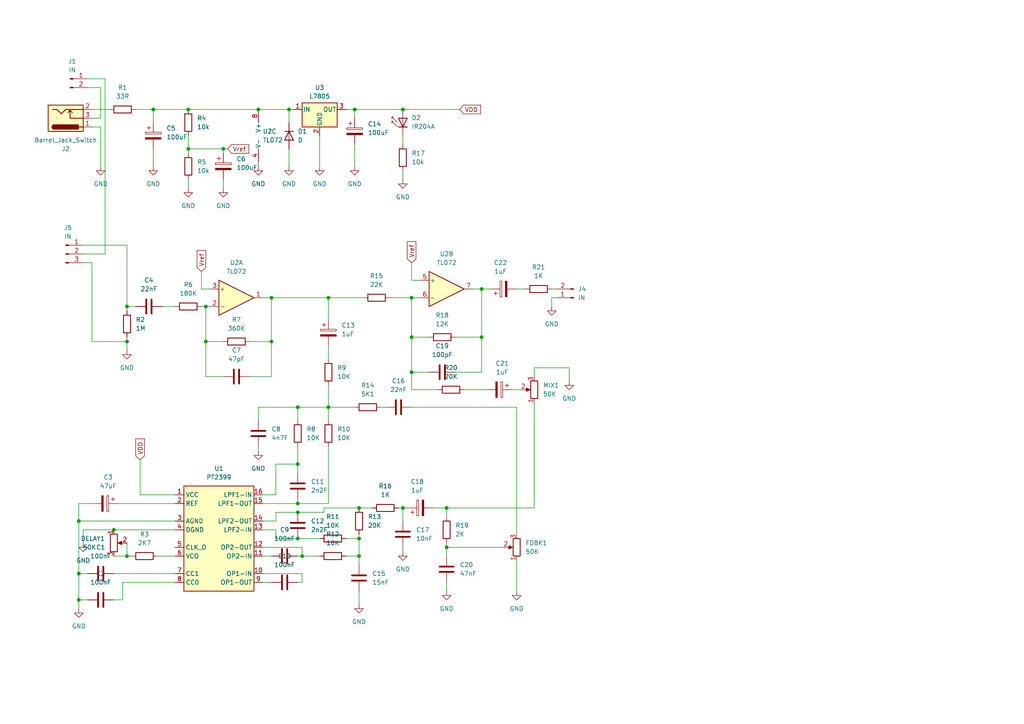
<source format=kicad_sch>
(kicad_sch (version 20230121) (generator eeschema)
  (paper "A4")
  (lib_symbols
    (symbol "Amplifier_Operational:TL072" (pin_names (offset 0.127))
      (property "Reference" "U" (at 0 5.08 0))
      (property "Value" "TL072" (at 0 -5.08 0))
      (symbol "TL072_1_1"
        (polyline (pts (xy -5.08 5.08) (xy 5.08 0) (xy -5.08 -5.08) (xy -5.08 5.08)) (stroke (width 0.254)) (fill (type background)))
        (pin output line (at 7.62 0 180) (length 2.54) (name "~") (number "1"))
        (pin input line (at -7.62 -2.54 0) (length 2.54) (name "-") (number "2"))
        (pin input line (at -7.62 2.54 0) (length 2.54) (name "+") (number "3"))
      )
      (symbol "TL072_2_1"
        (polyline (pts (xy -5.08 5.08) (xy 5.08 0) (xy -5.08 -5.08) (xy -5.08 5.08)) (stroke (width 0.254)) (fill (type background)))
        (pin input line (at -7.62 2.54 0) (length 2.54) (name "+") (number "5"))
        (pin input line (at -7.62 -2.54 0) (length 2.54) (name "-") (number "6"))
        (pin output line (at 7.62 0 180) (length 2.54) (name "~") (number "7"))
      )
      (symbol "TL072_3_1"
        (pin power_in line (at -2.54 -7.62 90) (length 3.81) (name "V-") (number "4"))
        (pin power_in line (at -2.54 7.62 270) (length 3.81) (name "V+") (number "8"))
      )
    )
    (symbol "Audio:PT2399"
      (property "Reference" "U" (at 0 17.78 0))
      (property "Value" "PT2399" (at 0 -17.78 0))
      (symbol "PT2399_0_1"
        (rectangle (start -10.16 15.24) (end 10.16 -15.24) (stroke (width 0.254)) (fill (type background)))
      )
      (symbol "PT2399_1_1"
        (pin power_in line (at -12.7 12.7 0) (length 2.54) (name "VCC") (number "1"))
        (pin input line (at 12.7 -10.16 180) (length 2.54) (name "OP1-IN") (number "10"))
        (pin input line (at 12.7 -5.08 180) (length 2.54) (name "OP2-IN") (number "11"))
        (pin output line (at 12.7 -2.54 180) (length 2.54) (name "OP2-OUT") (number "12"))
        (pin input line (at 12.7 2.54 180) (length 2.54) (name "LPF2-IN") (number "13"))
        (pin output line (at 12.7 5.08 180) (length 2.54) (name "LPF2-OUT") (number "14"))
        (pin output line (at 12.7 10.16 180) (length 2.54) (name "LPF1-OUT") (number "15"))
        (pin input line (at 12.7 12.7 180) (length 2.54) (name "LPF1-IN") (number "16"))
        (pin passive line (at -12.7 10.16 0) (length 2.54) (name "REF") (number "2"))
        (pin power_in line (at -12.7 5.08 0) (length 2.54) (name "AGND") (number "3"))
        (pin power_in line (at -12.7 2.54 0) (length 2.54) (name "DGND") (number "4"))
        (pin passive line (at -12.7 -2.54 0) (length 2.54) (name "CLK_O") (number "5"))
        (pin passive line (at -12.7 -5.08 0) (length 2.54) (name "VCO") (number "6"))
        (pin passive line (at -12.7 -10.16 0) (length 2.54) (name "CC1") (number "7"))
        (pin passive line (at -12.7 -12.7 0) (length 2.54) (name "CC0") (number "8"))
        (pin output line (at 12.7 -12.7 180) (length 2.54) (name "OP1-OUT") (number "9"))
      )
    )
    (symbol "Connector:Barrel_Jack_Switch" (pin_names hide)
      (property "Reference" "J" (at 0 5.334 0))
      (property "Value" "Barrel_Jack_Switch" (at 0 -5.08 0))
      (symbol "Barrel_Jack_Switch_0_1"
        (rectangle (start -5.08 3.81) (end 5.08 -3.81) (stroke (width 0.254)) (fill (type background)))
        (arc (start -3.302 3.175) (mid -3.9343 2.54) (end -3.302 1.905) (stroke (width 0.254)))
        (arc (start -3.302 3.175) (mid -3.9343 2.54) (end -3.302 1.905) (stroke (width 0.254)) (fill (type outline)))
        (polyline (pts (xy 1.27 -2.286) (xy 1.905 -1.651)) (stroke (width 0.254)))
        (polyline (pts (xy 5.08 2.54) (xy 3.81 2.54)) (stroke (width 0.254)))
        (polyline (pts (xy 5.08 0) (xy 1.27 0) (xy 1.27 -2.286) (xy 0.635 -1.651)) (stroke (width 0.254)))
        (polyline (pts (xy -3.81 -2.54) (xy -2.54 -2.54) (xy -1.27 -1.27) (xy 0 -2.54) (xy 2.54 -2.54) (xy 5.08 -2.54)) (stroke (width 0.254)))
        (rectangle (start 3.683 3.175) (end -3.302 1.905) (stroke (width 0.254)) (fill (type outline)))
      )
      (symbol "Barrel_Jack_Switch_1_1"
        (pin passive line (at 7.62 2.54 180) (length 2.54) (name "~") (number "1"))
        (pin passive line (at 7.62 -2.54 180) (length 2.54) (name "~") (number "2"))
        (pin passive line (at 7.62 0 180) (length 2.54) (name "~") (number "3"))
      )
    )
    (symbol "Connector:Conn_01x02_Pin" (pin_names (offset 1.016) hide)
      (property "Reference" "J" (at 0 2.54 0))
      (property "Value" "Conn_01x02_Pin" (at 0 -5.08 0))
      (symbol "Conn_01x02_Pin_1_1"
        (polyline (pts (xy 1.27 -2.54) (xy 0.8636 -2.54)) (stroke (width 0.1524)))
        (polyline (pts (xy 1.27 0) (xy 0.8636 0)) (stroke (width 0.1524)))
        (rectangle (start 0.8636 -2.413) (end 0 -2.667) (stroke (width 0.1524)) (fill (type outline)))
        (rectangle (start 0.8636 0.127) (end 0 -0.127) (stroke (width 0.1524)) (fill (type outline)))
        (pin passive line (at 5.08 0 180) (length 3.81) (name "Pin_1") (number "1"))
        (pin passive line (at 5.08 -2.54 180) (length 3.81) (name "Pin_2") (number "2"))
      )
    )
    (symbol "Connector:Conn_01x03_Pin" (pin_names (offset 1.016) hide)
      (property "Reference" "J" (at 0 5.08 0))
      (property "Value" "Conn_01x03_Pin" (at 0 -5.08 0))
      (symbol "Conn_01x03_Pin_1_1"
        (polyline (pts (xy 1.27 -2.54) (xy 0.8636 -2.54)) (stroke (width 0.1524)))
        (polyline (pts (xy 1.27 0) (xy 0.8636 0)) (stroke (width 0.1524)))
        (polyline (pts (xy 1.27 2.54) (xy 0.8636 2.54)) (stroke (width 0.1524)))
        (rectangle (start 0.8636 -2.413) (end 0 -2.667) (stroke (width 0.1524)) (fill (type outline)))
        (rectangle (start 0.8636 0.127) (end 0 -0.127) (stroke (width 0.1524)) (fill (type outline)))
        (rectangle (start 0.8636 2.667) (end 0 2.413) (stroke (width 0.1524)) (fill (type outline)))
        (pin passive line (at 5.08 2.54 180) (length 3.81) (name "Pin_1") (number "1"))
        (pin passive line (at 5.08 0 180) (length 3.81) (name "Pin_2") (number "2"))
        (pin passive line (at 5.08 -2.54 180) (length 3.81) (name "Pin_3") (number "3"))
      )
    )
    (symbol "Device:C" (pin_numbers hide) (pin_names (offset 0.254))
      (property "Reference" "C" (at 0.635 2.54 0))
      (property "Value" "C" (at 0.635 -2.54 0))
      (symbol "C_0_1"
        (polyline (pts (xy -2.032 -0.762) (xy 2.032 -0.762)) (stroke (width 0.508)))
        (polyline (pts (xy -2.032 0.762) (xy 2.032 0.762)) (stroke (width 0.508)))
      )
      (symbol "C_1_1"
        (pin passive line (at 0 3.81 270) (length 2.794) (name "~") (number "1"))
        (pin passive line (at 0 -3.81 90) (length 2.794) (name "~") (number "2"))
      )
    )
    (symbol "Device:C_Polarized" (pin_numbers hide) (pin_names (offset 0.254))
      (property "Reference" "C" (at 0.635 2.54 0))
      (property "Value" "C_Polarized" (at 0.635 -2.54 0))
      (symbol "C_Polarized_0_1"
        (rectangle (start -2.286 0.508) (end 2.286 1.016))
        (polyline (pts (xy -1.778 2.286) (xy -0.762 2.286)))
        (polyline (pts (xy -1.27 2.794) (xy -1.27 1.778)))
        (rectangle (start 2.286 -0.508) (end -2.286 -1.016) (fill (type outline)))
      )
      (symbol "C_Polarized_1_1"
        (pin passive line (at 0 3.81 270) (length 2.794) (name "~") (number "1"))
        (pin passive line (at 0 -3.81 90) (length 2.794) (name "~") (number "2"))
      )
    )
    (symbol "Device:D" (pin_numbers hide) (pin_names (offset 1.016) hide)
      (property "Reference" "D" (at 0 2.54 0))
      (property "Value" "D" (at 0 -2.54 0))
      (symbol "D_0_1"
        (polyline (pts (xy -1.27 1.27) (xy -1.27 -1.27)) (stroke (width 0.254)))
        (polyline (pts (xy 1.27 0) (xy -1.27 0)))
        (polyline (pts (xy 1.27 1.27) (xy 1.27 -1.27) (xy -1.27 0) (xy 1.27 1.27)) (stroke (width 0.254)))
      )
      (symbol "D_1_1"
        (pin passive line (at -3.81 0 0) (length 2.54) (name "K") (number "1"))
        (pin passive line (at 3.81 0 180) (length 2.54) (name "A") (number "2"))
      )
    )
    (symbol "Device:R" (pin_numbers hide) (pin_names (offset 0))
      (property "Reference" "R" (at 2.032 0 90))
      (property "Value" "R" (at 0 0 90))
      (symbol "R_0_1"
        (rectangle (start -1.016 -2.54) (end 1.016 2.54) (stroke (width 0.254)))
      )
      (symbol "R_1_1"
        (pin passive line (at 0 3.81 270) (length 1.27) (name "~") (number "1"))
        (pin passive line (at 0 -3.81 90) (length 1.27) (name "~") (number "2"))
      )
    )
    (symbol "Device:R_Potentiometer" (pin_names (offset 1.016) hide)
      (property "Reference" "RV" (at -4.445 0 90))
      (property "Value" "R_Potentiometer" (at -2.54 0 90))
      (symbol "R_Potentiometer_0_1"
        (polyline (pts (xy 2.54 0) (xy 1.524 0)))
        (polyline (pts (xy 1.143 0) (xy 2.286 0.508) (xy 2.286 -0.508) (xy 1.143 0)) (fill (type outline)))
        (rectangle (start 1.016 2.54) (end -1.016 -2.54) (stroke (width 0.254)))
      )
      (symbol "R_Potentiometer_1_1"
        (pin passive line (at 0 3.81 270) (length 1.27) (name "1") (number "1"))
        (pin passive line (at 3.81 0 180) (length 1.27) (name "2") (number "2"))
        (pin passive line (at 0 -3.81 90) (length 1.27) (name "3") (number "3"))
      )
    )
    (symbol "LED:IR204A" (pin_numbers hide) (pin_names (offset 1.016) hide)
      (property "Reference" "D" (at 0.508 1.778 0))
      (property "Value" "IR204A" (at -1.016 -2.794 0))
      (symbol "IR204A_0_1"
        (polyline (pts (xy -2.54 1.27) (xy -2.54 -1.27)) (stroke (width 0.254)))
        (polyline (pts (xy 0 0) (xy -2.54 0)))
        (polyline (pts (xy 0.381 3.175) (xy -0.127 3.175)))
        (polyline (pts (xy -1.143 1.651) (xy 0.381 3.175) (xy 0.381 2.667)))
        (polyline (pts (xy 0 1.27) (xy -2.54 0) (xy 0 -1.27) (xy 0 1.27)) (stroke (width 0.254)))
        (polyline (pts (xy -2.413 1.651) (xy -0.889 3.175) (xy -0.889 2.667) (xy -0.889 3.175) (xy -1.397 3.175)))
      )
      (symbol "IR204A_1_1"
        (pin passive line (at -5.08 0 0) (length 2.54) (name "K") (number "1"))
        (pin passive line (at 2.54 0 180) (length 2.54) (name "A") (number "2"))
      )
    )
    (symbol "Regulator_Linear:L7805" (pin_names (offset 0.254))
      (property "Reference" "U" (at -3.81 3.175 0))
      (property "Value" "L7805" (at 0 3.175 0))
      (symbol "L7805_0_1"
        (rectangle (start -5.08 1.905) (end 5.08 -5.08) (stroke (width 0.254)) (fill (type background)))
      )
      (symbol "L7805_1_1"
        (pin power_in line (at -7.62 0 0) (length 2.54) (name "IN") (number "1"))
        (pin power_in line (at 0 -7.62 90) (length 2.54) (name "GND") (number "2"))
        (pin power_out line (at 7.62 0 180) (length 2.54) (name "OUT") (number "3"))
      )
    )
    (symbol "power:GND" (power) (pin_names (offset 0))
      (property "Value" "GND" (at 0 -3.81 0))
      (symbol "GND_0_1"
        (polyline (pts (xy 0 0) (xy 0 -1.27) (xy 1.27 -1.27) (xy 0 -2.54) (xy -1.27 -1.27) (xy 0 -1.27)))
      )
      (symbol "GND_1_1"
        (pin power_in line (at 0 0 270) (length 0) hide (name "GND") (number "1"))
      )
    )
  )
  (junction (at 74.93 31.75))
  (junction (at 86.36 148.59))
  (junction (at 95.25 118.11))
  (junction (at 116.84 147.32))
  (junction (at 87.63 161.29))
  (junction (at 86.36 118.11))
  (junction (at 129.54 158.75))
  (junction (at 22.86 151.13))
  (junction (at 129.54 147.32))
  (junction (at 36.83 99.06))
  (junction (at 104.14 161.29))
  (junction (at 22.86 173.99))
  (junction (at 36.83 161.29))
  (junction (at 104.14 147.32))
  (junction (at 59.69 88.9))
  (junction (at 86.36 146.05))
  (junction (at 104.14 156.21))
  (junction (at 119.38 86.36))
  (junction (at 54.61 43.18))
  (junction (at 78.74 86.36))
  (junction (at 139.7 83.82))
  (junction (at 83.82 31.75))
  (junction (at 22.86 166.37))
  (junction (at 86.36 156.21))
  (junction (at 139.7 97.79))
  (junction (at 95.25 86.36))
  (junction (at 36.83 88.9))
  (junction (at 44.45 31.75))
  (junction (at 54.61 31.75))
  (junction (at 78.74 99.06))
  (junction (at 33.02 153.67))
  (junction (at 116.84 31.75))
  (junction (at 59.69 99.06))
  (junction (at 119.38 97.79))
  (junction (at 119.38 107.95))
  (junction (at 102.87 31.75))
  (junction (at 86.36 134.62))
  (junction (at 64.77 43.18))
  (wire (pts (xy 36.83 161.29) (xy 38.1 161.29)))
  (wire (pts (xy 110.49 118.11) (xy 111.76 118.11)))
  (wire (pts (xy 72.39 109.22) (xy 78.74 109.22)))
  (wire (pts (xy 78.74 86.36) (xy 76.2 86.36)))
  (wire (pts (xy 80.01 148.59) (xy 86.36 148.59)))
  (wire (pts (xy 58.42 78.74) (xy 58.42 83.82)))
  (wire (pts (xy 87.63 168.91) (xy 86.36 168.91)))
  (wire (pts (xy 104.14 147.32) (xy 93.98 147.32)))
  (wire (pts (xy 154.94 147.32) (xy 129.54 147.32)))
  (wire (pts (xy 54.61 43.18) (xy 54.61 39.37)))
  (wire (pts (xy 36.83 97.79) (xy 36.83 99.06)))
  (wire (pts (xy 118.11 147.32) (xy 116.84 147.32)))
  (wire (pts (xy 95.25 118.11) (xy 95.25 111.76)))
  (wire (pts (xy 76.2 153.67) (xy 80.01 153.67)))
  (wire (pts (xy 54.61 44.45) (xy 54.61 43.18)))
  (wire (pts (xy 74.93 121.92) (xy 74.93 118.11)))
  (wire (pts (xy 22.86 173.99) (xy 22.86 166.37)))
  (wire (pts (xy 44.45 31.75) (xy 44.45 35.56)))
  (wire (pts (xy 116.84 52.07) (xy 116.84 49.53)))
  (wire (pts (xy 149.86 162.56) (xy 149.86 171.45)))
  (wire (pts (xy 92.71 39.37) (xy 92.71 48.26)))
  (wire (pts (xy 129.54 158.75) (xy 146.05 158.75)))
  (wire (pts (xy 59.69 99.06) (xy 59.69 88.9)))
  (wire (pts (xy 134.62 113.03) (xy 140.97 113.03)))
  (wire (pts (xy 104.14 175.26) (xy 104.14 171.45)))
  (wire (pts (xy 119.38 76.2) (xy 119.38 81.28)))
  (wire (pts (xy 78.74 99.06) (xy 78.74 86.36)))
  (wire (pts (xy 26.67 34.29) (xy 29.21 34.29)))
  (wire (pts (xy 29.21 48.26) (xy 29.21 36.83)))
  (wire (pts (xy 72.39 99.06) (xy 78.74 99.06)))
  (wire (pts (xy 22.86 166.37) (xy 25.4 166.37)))
  (wire (pts (xy 116.84 147.32) (xy 115.57 147.32)))
  (wire (pts (xy 76.2 143.51) (xy 80.01 143.51)))
  (wire (pts (xy 104.14 147.32) (xy 107.95 147.32)))
  (wire (pts (xy 87.63 161.29) (xy 92.71 161.29)))
  (wire (pts (xy 83.82 43.18) (xy 83.82 48.26)))
  (wire (pts (xy 95.25 86.36) (xy 95.25 92.71)))
  (wire (pts (xy 26.67 99.06) (xy 36.83 99.06)))
  (wire (pts (xy 129.54 147.32) (xy 129.54 149.86)))
  (wire (pts (xy 29.21 25.4) (xy 25.4 25.4)))
  (wire (pts (xy 50.8 143.51) (xy 40.64 143.51)))
  (wire (pts (xy 119.38 97.79) (xy 119.38 86.36)))
  (wire (pts (xy 160.02 83.82) (xy 161.29 83.82)))
  (wire (pts (xy 44.45 43.18) (xy 44.45 48.26)))
  (wire (pts (xy 148.59 113.03) (xy 151.13 113.03)))
  (wire (pts (xy 36.83 157.48) (xy 36.83 161.29)))
  (wire (pts (xy 36.83 71.12) (xy 36.83 88.9)))
  (wire (pts (xy 83.82 31.75) (xy 85.09 31.75)))
  (wire (pts (xy 64.77 43.18) (xy 54.61 43.18)))
  (wire (pts (xy 95.25 86.36) (xy 105.41 86.36)))
  (wire (pts (xy 64.77 43.18) (xy 66.04 43.18)))
  (wire (pts (xy 76.2 151.13) (xy 80.01 151.13)))
  (wire (pts (xy 33.02 166.37) (xy 50.8 166.37)))
  (wire (pts (xy 74.93 118.11) (xy 86.36 118.11)))
  (wire (pts (xy 160.02 86.36) (xy 161.29 86.36)))
  (wire (pts (xy 93.98 148.59) (xy 86.36 148.59)))
  (wire (pts (xy 93.98 147.32) (xy 93.98 148.59)))
  (wire (pts (xy 22.86 151.13) (xy 50.8 151.13)))
  (wire (pts (xy 119.38 107.95) (xy 119.38 97.79)))
  (wire (pts (xy 26.67 31.75) (xy 31.75 31.75)))
  (wire (pts (xy 26.67 76.2) (xy 26.67 99.06)))
  (wire (pts (xy 46.99 88.9) (xy 50.8 88.9)))
  (wire (pts (xy 74.93 31.75) (xy 83.82 31.75)))
  (wire (pts (xy 76.2 166.37) (xy 87.63 166.37)))
  (wire (pts (xy 30.48 22.86) (xy 30.48 73.66)))
  (wire (pts (xy 102.87 41.91) (xy 102.87 48.26)))
  (wire (pts (xy 74.93 48.26) (xy 74.93 46.99)))
  (wire (pts (xy 124.46 97.79) (xy 119.38 97.79)))
  (wire (pts (xy 116.84 147.32) (xy 116.84 151.13)))
  (wire (pts (xy 80.01 134.62) (xy 86.36 134.62)))
  (wire (pts (xy 121.92 81.28) (xy 119.38 81.28)))
  (wire (pts (xy 80.01 153.67) (xy 80.01 156.21)))
  (wire (pts (xy 116.84 158.75) (xy 116.84 160.02)))
  (wire (pts (xy 59.69 109.22) (xy 59.69 99.06)))
  (wire (pts (xy 22.86 173.99) (xy 22.86 176.53)))
  (wire (pts (xy 29.21 36.83) (xy 26.67 36.83)))
  (wire (pts (xy 87.63 158.75) (xy 87.63 161.29)))
  (wire (pts (xy 64.77 44.45) (xy 64.77 43.18)))
  (wire (pts (xy 139.7 83.82) (xy 142.24 83.82)))
  (wire (pts (xy 104.14 156.21) (xy 104.14 154.94)))
  (wire (pts (xy 34.29 146.05) (xy 50.8 146.05)))
  (wire (pts (xy 149.86 83.82) (xy 152.4 83.82)))
  (wire (pts (xy 80.01 151.13) (xy 80.01 148.59)))
  (wire (pts (xy 116.84 31.75) (xy 133.35 31.75)))
  (wire (pts (xy 86.36 156.21) (xy 92.71 156.21)))
  (wire (pts (xy 80.01 156.21) (xy 86.36 156.21)))
  (wire (pts (xy 100.33 156.21) (xy 104.14 156.21)))
  (wire (pts (xy 58.42 88.9) (xy 59.69 88.9)))
  (wire (pts (xy 87.63 166.37) (xy 87.63 168.91)))
  (wire (pts (xy 30.48 73.66) (xy 24.13 73.66)))
  (wire (pts (xy 160.02 88.9) (xy 160.02 86.36)))
  (wire (pts (xy 54.61 54.61) (xy 54.61 52.07)))
  (wire (pts (xy 129.54 158.75) (xy 129.54 161.29)))
  (wire (pts (xy 139.7 83.82) (xy 137.16 83.82)))
  (wire (pts (xy 86.36 134.62) (xy 86.36 137.16)))
  (wire (pts (xy 129.54 157.48) (xy 129.54 158.75)))
  (wire (pts (xy 139.7 97.79) (xy 139.7 83.82)))
  (wire (pts (xy 86.36 146.05) (xy 86.36 144.78)))
  (wire (pts (xy 54.61 31.75) (xy 74.93 31.75)))
  (wire (pts (xy 35.56 168.91) (xy 35.56 173.99)))
  (wire (pts (xy 113.03 86.36) (xy 119.38 86.36)))
  (wire (pts (xy 116.84 41.91) (xy 116.84 39.37)))
  (wire (pts (xy 132.08 107.95) (xy 139.7 107.95)))
  (wire (pts (xy 102.87 31.75) (xy 102.87 34.29)))
  (wire (pts (xy 29.21 34.29) (xy 29.21 25.4)))
  (wire (pts (xy 76.2 161.29) (xy 78.74 161.29)))
  (wire (pts (xy 36.83 88.9) (xy 39.37 88.9)))
  (wire (pts (xy 95.25 118.11) (xy 95.25 121.92)))
  (wire (pts (xy 74.93 130.81) (xy 74.93 129.54)))
  (wire (pts (xy 165.1 106.68) (xy 154.94 106.68)))
  (wire (pts (xy 36.83 88.9) (xy 36.83 90.17)))
  (wire (pts (xy 26.67 146.05) (xy 22.86 146.05)))
  (wire (pts (xy 132.08 97.79) (xy 139.7 97.79)))
  (wire (pts (xy 95.25 118.11) (xy 102.87 118.11)))
  (wire (pts (xy 129.54 168.91) (xy 129.54 171.45)))
  (wire (pts (xy 64.77 52.07) (xy 64.77 54.61)))
  (wire (pts (xy 104.14 161.29) (xy 104.14 156.21)))
  (wire (pts (xy 95.25 129.54) (xy 95.25 146.05)))
  (wire (pts (xy 119.38 118.11) (xy 149.86 118.11)))
  (wire (pts (xy 24.13 71.12) (xy 36.83 71.12)))
  (wire (pts (xy 25.4 173.99) (xy 22.86 173.99)))
  (wire (pts (xy 80.01 143.51) (xy 80.01 134.62)))
  (wire (pts (xy 100.33 161.29) (xy 104.14 161.29)))
  (wire (pts (xy 22.86 146.05) (xy 22.86 151.13)))
  (wire (pts (xy 154.94 106.68) (xy 154.94 109.22)))
  (wire (pts (xy 45.72 161.29) (xy 50.8 161.29)))
  (wire (pts (xy 100.33 31.75) (xy 102.87 31.75)))
  (wire (pts (xy 86.36 118.11) (xy 95.25 118.11)))
  (wire (pts (xy 44.45 31.75) (xy 54.61 31.75)))
  (wire (pts (xy 165.1 110.49) (xy 165.1 106.68)))
  (wire (pts (xy 64.77 109.22) (xy 59.69 109.22)))
  (wire (pts (xy 76.2 158.75) (xy 87.63 158.75)))
  (wire (pts (xy 76.2 146.05) (xy 86.36 146.05)))
  (wire (pts (xy 86.36 129.54) (xy 86.36 134.62)))
  (wire (pts (xy 78.74 86.36) (xy 95.25 86.36)))
  (wire (pts (xy 64.77 99.06) (xy 59.69 99.06)))
  (wire (pts (xy 25.4 22.86) (xy 30.48 22.86)))
  (wire (pts (xy 35.56 168.91) (xy 50.8 168.91)))
  (wire (pts (xy 40.64 133.35) (xy 40.64 143.51)))
  (wire (pts (xy 76.2 168.91) (xy 78.74 168.91)))
  (wire (pts (xy 24.13 153.67) (xy 33.02 153.67)))
  (wire (pts (xy 22.86 151.13) (xy 22.86 166.37)))
  (wire (pts (xy 60.96 83.82) (xy 58.42 83.82)))
  (wire (pts (xy 78.74 109.22) (xy 78.74 99.06)))
  (wire (pts (xy 39.37 31.75) (xy 44.45 31.75)))
  (wire (pts (xy 119.38 113.03) (xy 119.38 107.95)))
  (wire (pts (xy 119.38 86.36) (xy 121.92 86.36)))
  (wire (pts (xy 154.94 116.84) (xy 154.94 147.32)))
  (wire (pts (xy 95.25 146.05) (xy 86.36 146.05)))
  (wire (pts (xy 127 113.03) (xy 119.38 113.03)))
  (wire (pts (xy 86.36 118.11) (xy 86.36 121.92)))
  (wire (pts (xy 102.87 31.75) (xy 116.84 31.75)))
  (wire (pts (xy 36.83 99.06) (xy 36.83 101.6)))
  (wire (pts (xy 33.02 153.67) (xy 50.8 153.67)))
  (wire (pts (xy 35.56 173.99) (xy 33.02 173.99)))
  (wire (pts (xy 104.14 161.29) (xy 104.14 163.83)))
  (wire (pts (xy 124.46 107.95) (xy 119.38 107.95)))
  (wire (pts (xy 24.13 76.2) (xy 26.67 76.2)))
  (wire (pts (xy 149.86 118.11) (xy 149.86 154.94)))
  (wire (pts (xy 125.73 147.32) (xy 129.54 147.32)))
  (wire (pts (xy 95.25 100.33) (xy 95.25 104.14)))
  (wire (pts (xy 83.82 31.75) (xy 83.82 35.56)))
  (wire (pts (xy 24.13 157.48) (xy 24.13 153.67)))
  (wire (pts (xy 33.02 161.29) (xy 36.83 161.29)))
  (wire (pts (xy 59.69 88.9) (xy 60.96 88.9)))
  (wire (pts (xy 87.63 161.29) (xy 86.36 161.29)))
  (wire (pts (xy 139.7 107.95) (xy 139.7 97.79)))
  (global_label "Vref" (shape input) (at 119.38 76.2 90) (property "Intersheetrefs" "${INTERSHEET_REFS}" (effects hide)))
  (global_label "VDD" (shape input) (at 40.64 133.35 90) (property "Intersheetrefs" "${INTERSHEET_REFS}" (effects hide)))
  (global_label "Vref" (shape input) (at 66.04 43.18 0) (property "Intersheetrefs" "${INTERSHEET_REFS}" (effects hide)))
  (global_label "Vref" (shape input) (at 58.42 78.74 90) (property "Intersheetrefs" "${INTERSHEET_REFS}" (effects hide)))
  (global_label "VDD" (shape input) (at 133.35 31.75 0) (property "Intersheetrefs" "${INTERSHEET_REFS}" (effects hide)))
  (symbol (lib_id "Device:C_Polarized") (at 95.25 96.52 0) (unit 1)
    (property "Reference" "C13" (at 99.06 94.361 0) (effects (justify left)))
    (property "Value" "1uF" (at 99.06 96.901 0) (effects (justify left)))
    (property "Footprint" "Capacitor_THT:CP_Radial_D4.0mm_P2.00mm" (effects hide))
  )
  (symbol (lib_id "Device:C_Polarized") (at 64.77 48.26 0) (unit 1)
    (property "Reference" "C6" (at 68.58 46.101 0) (effects (justify left)))
    (property "Value" "100uF" (at 68.58 48.641 0) (effects (justify left)))
    (property "Footprint" "Capacitor_THT:CP_Radial_D5.0mm_P2.50mm" (effects hide))
  )
  (symbol (lib_id "Device:C") (at 43.18 88.9 90) (unit 1)
    (property "Reference" "C4" (at 43.18 81.28 90))
    (property "Value" "22nF" (at 43.18 83.82 90))
    (property "Footprint" "Capacitor_THT:C_Axial_L3.8mm_D2.6mm_P7.50mm_Horizontal" (effects hide))
  )
  (symbol (lib_id "Device:R") (at 68.58 99.06 270) (unit 1)
    (property "Reference" "R7" (at 68.58 92.71 90))
    (property "Value" "360K" (at 68.58 95.25 90))
    (property "Footprint" "Resistor_THT:R_Axial_DIN0204_L3.6mm_D1.6mm_P5.08mm_Horizontal" (effects hide))
  )
  (symbol (lib_id "Amplifier_Operational:TL072") (at 68.58 86.36 0) (unit 1)
    (property "Reference" "U2" (at 68.58 76.2 0))
    (property "Value" "TL072" (at 68.58 78.74 0))
    (property "Footprint" "Package_DIP:DIP-8_W7.62mm" (effects hide))
    (property "Datasheet" "http://www.ti.com/lit/ds/symlink/tl071.pdf" (effects hide))
  )
  (symbol (lib_id "power:GND") (at 129.54 171.45 0) (unit 1)
    (property "Reference" "#PWR019" (effects hide))
    (property "Value" "GND" (at 129.54 176.53 0))
  )
  (symbol (lib_id "Device:R") (at 36.83 93.98 180) (unit 1)
    (property "Reference" "R2" (at 39.37 92.71 0) (effects (justify right)))
    (property "Value" "1M" (at 39.37 95.25 0) (effects (justify right)))
    (property "Footprint" "Resistor_THT:R_Axial_DIN0204_L3.6mm_D1.6mm_P5.08mm_Horizontal" (effects hide))
  )
  (symbol (lib_id "Device:C_Polarized") (at 121.92 147.32 90) (unit 1)
    (property "Reference" "C18" (at 121.031 139.7 90))
    (property "Value" "1uF" (at 121.031 142.24 90))
    (property "Footprint" "Capacitor_THT:CP_Radial_D4.0mm_P2.00mm" (effects hide))
  )
  (symbol (lib_id "power:GND") (at 54.61 54.61 0) (unit 1)
    (property "Reference" "#PWR09" (effects hide))
    (property "Value" "GND" (at 54.61 59.69 0))
  )
  (symbol (lib_id "Device:C") (at 86.36 152.4 180) (unit 1)
    (property "Reference" "C12" (at 90.17 151.13 0) (effects (justify right)))
    (property "Value" "2n2F" (at 90.17 153.67 0) (effects (justify right)))
    (property "Footprint" "Capacitor_THT:C_Axial_L3.8mm_D2.6mm_P7.50mm_Horizontal" (effects hide))
  )
  (symbol (lib_id "Device:C") (at 104.14 167.64 180) (unit 1)
    (property "Reference" "C15" (at 107.95 166.37 0) (effects (justify right)))
    (property "Value" "15nF" (at 107.95 168.91 0) (effects (justify right)))
    (property "Footprint" "Capacitor_THT:C_Axial_L3.8mm_D2.6mm_P7.50mm_Horizontal" (effects hide))
  )
  (symbol (lib_id "Regulator_Linear:L7805") (at 92.71 31.75 0) (unit 1)
    (property "Reference" "U3" (at 92.71 25.4 0))
    (property "Value" "L7805" (at 92.71 27.94 0))
    (property "Footprint" "Package_TO_SOT_THT:TO-220F-3_Horizontal_TabUp" (effects hide))
    (property "Datasheet" "http://www.st.com/content/ccc/resource/technical/document/datasheet/41/4f/b3/b0/12/d4/47/88/CD00000444.pdf/files/CD00000444.pdf/jcr:content/translations/en.CD00000444.pdf" (effects hide))
  )
  (symbol (lib_id "Device:C") (at 115.57 118.11 270) (unit 1)
    (property "Reference" "C16" (at 115.57 110.49 90))
    (property "Value" "22nF" (at 115.57 113.03 90))
    (property "Footprint" "Capacitor_THT:C_Axial_L3.8mm_D2.6mm_P7.50mm_Horizontal" (effects hide))
  )
  (symbol (lib_id "power:GND") (at 74.93 48.26 0) (unit 1)
    (property "Reference" "#PWR011" (effects hide))
    (property "Value" "GND" (at 74.93 53.34 0))
  )
  (symbol (lib_id "Device:R") (at 116.84 45.72 180) (unit 1)
    (property "Reference" "R17" (at 119.38 44.45 0) (effects (justify right)))
    (property "Value" "10k" (at 119.38 46.99 0) (effects (justify right)))
    (property "Footprint" "Resistor_THT:R_Axial_DIN0204_L3.6mm_D1.6mm_P5.08mm_Horizontal" (effects hide))
  )
  (symbol (lib_id "Device:C") (at 74.93 125.73 180) (unit 1)
    (property "Reference" "C8" (at 78.74 124.46 0) (effects (justify right)))
    (property "Value" "4n7F" (at 78.74 127 0) (effects (justify right)))
    (property "Footprint" "Capacitor_THT:C_Axial_L3.8mm_D2.6mm_P7.50mm_Horizontal" (effects hide))
  )
  (symbol (lib_id "Device:C_Polarized") (at 146.05 83.82 90) (unit 1)
    (property "Reference" "C22" (at 145.161 76.2 90))
    (property "Value" "1uF" (at 145.161 78.74 90))
    (property "Footprint" "Capacitor_THT:CP_Radial_D4.0mm_P2.00mm" (effects hide))
  )
  (symbol (lib_id "Device:C") (at 129.54 165.1 180) (unit 1)
    (property "Reference" "C20" (at 133.35 163.83 0) (effects (justify right)))
    (property "Value" "47nF" (at 133.35 166.37 0) (effects (justify right)))
    (property "Footprint" "Capacitor_THT:C_Axial_L3.8mm_D2.6mm_P7.50mm_Horizontal" (effects hide))
  )
  (symbol (lib_id "Amplifier_Operational:TL072") (at 129.54 83.82 0) (unit 2)
    (property "Reference" "U2" (at 129.54 73.66 0))
    (property "Value" "TL072" (at 129.54 76.2 0))
    (property "Footprint" "Package_DIP:DIP-8_W7.62mm" (effects hide))
    (property "Datasheet" "http://www.ti.com/lit/ds/symlink/tl071.pdf" (effects hide))
  )
  (symbol (lib_id "power:GND") (at 92.71 48.26 0) (unit 1)
    (property "Reference" "#PWR014" (effects hide))
    (property "Value" "GND" (at 92.71 53.34 0))
  )
  (symbol (lib_id "power:GND") (at 36.83 101.6 0) (unit 1)
    (property "Reference" "#PWR07" (effects hide))
    (property "Value" "GND" (at 36.83 106.68 0))
  )
  (symbol (lib_id "Connector:Barrel_Jack_Switch") (at 19.05 34.29 0) (mirror x) (unit 1)
    (property "Reference" "J2" (at 19.05 43.18 0))
    (property "Value" "Barrel_Jack_Switch" (at 19.05 40.64 0))
    (property "Footprint" "Connector_BarrelJack:BarrelJack_GCT_DCJ200-10-A_Horizontal" (effects hide))
  )
  (symbol (lib_id "power:GND") (at 44.45 48.26 0) (unit 1)
    (property "Reference" "#PWR08" (effects hide))
    (property "Value" "GND" (at 44.45 53.34 0))
  )
  (symbol (lib_id "Device:C") (at 82.55 161.29 270) (unit 1)
    (property "Reference" "C9" (at 82.55 153.67 90))
    (property "Value" "100nF" (at 82.55 156.21 90))
    (property "Footprint" "Capacitor_THT:C_Axial_L3.8mm_D2.6mm_P7.50mm_Horizontal" (effects hide))
  )
  (symbol (lib_id "Device:R") (at 54.61 48.26 180) (unit 1)
    (property "Reference" "R5" (at 57.15 46.99 0) (effects (justify right)))
    (property "Value" "10k" (at 57.15 49.53 0) (effects (justify right)))
    (property "Footprint" "Resistor_THT:R_Axial_DIN0204_L3.6mm_D1.6mm_P5.08mm_Horizontal" (effects hide))
  )
  (symbol (lib_id "Device:R") (at 54.61 35.56 180) (unit 1)
    (property "Reference" "R4" (at 57.15 34.29 0) (effects (justify right)))
    (property "Value" "10k" (at 57.15 36.83 0) (effects (justify right)))
    (property "Footprint" "Resistor_THT:R_Axial_DIN0204_L3.6mm_D1.6mm_P5.08mm_Horizontal" (effects hide))
  )
  (symbol (lib_id "Device:R") (at 104.14 151.13 0) (unit 1)
    (property "Reference" "R13" (at 106.68 149.86 0) (effects (justify left)))
    (property "Value" "20K" (at 106.68 152.4 0) (effects (justify left)))
    (property "Footprint" "Resistor_THT:R_Axial_DIN0204_L3.6mm_D1.6mm_P5.08mm_Horizontal" (effects hide))
  )
  (symbol (lib_id "Connector:Conn_01x02_Pin") (at 20.32 22.86 0) (unit 1)
    (property "Reference" "J1" (at 20.955 17.78 0))
    (property "Value" "IN" (at 20.955 20.32 0))
    (property "Footprint" "Connector_JST:JST_XA_B02B-XASK-1_1x02_P2.50mm_Vertical" (effects hide))
  )
  (symbol (lib_id "Device:R") (at 156.21 83.82 270) (unit 1)
    (property "Reference" "R21" (at 156.21 77.47 90))
    (property "Value" "1K" (at 156.21 80.01 90))
    (property "Footprint" "Resistor_THT:R_Axial_DIN0204_L3.6mm_D1.6mm_P5.08mm_Horizontal" (effects hide))
  )
  (symbol (lib_id "power:GND") (at 22.86 176.53 0) (unit 1)
    (property "Reference" "#PWR01" (effects hide))
    (property "Value" "GND" (at 22.86 181.61 0))
  )
  (symbol (lib_id "Device:R_Potentiometer") (at 154.94 113.03 180) (unit 1)
    (property "Reference" "MIX1" (at 157.48 111.76 0) (effects (justify right)))
    (property "Value" "50K" (at 157.48 114.3 0) (effects (justify right)))
    (property "Footprint" "Potentiometer_THT:Potentiometer_Omeg_PC16BU_Vertical" (effects hide))
  )
  (symbol (lib_id "Device:C") (at 29.21 173.99 270) (unit 1)
    (property "Reference" "C2" (at 29.21 166.37 90))
    (property "Value" "100nF" (at 29.21 168.91 90))
    (property "Footprint" "Capacitor_THT:C_Axial_L3.8mm_D2.6mm_P7.50mm_Horizontal" (effects hide))
  )
  (symbol (lib_id "Device:C") (at 128.27 107.95 90) (unit 1)
    (property "Reference" "C19" (at 128.27 100.33 90))
    (property "Value" "100pF" (at 128.27 102.87 90))
    (property "Footprint" "Capacitor_THT:C_Axial_L3.8mm_D2.6mm_P7.50mm_Horizontal" (effects hide))
  )
  (symbol (lib_id "Device:C_Polarized") (at 102.87 38.1 0) (unit 1)
    (property "Reference" "C14" (at 106.68 35.941 0) (effects (justify left)))
    (property "Value" "100uF" (at 106.68 38.481 0) (effects (justify left)))
    (property "Footprint" "Capacitor_THT:CP_Radial_D5.0mm_P2.50mm" (effects hide))
  )
  (symbol (lib_id "Device:R") (at 54.61 88.9 270) (unit 1)
    (property "Reference" "R6" (at 54.61 82.55 90))
    (property "Value" "180K" (at 54.61 85.09 90))
    (property "Footprint" "Resistor_THT:R_Axial_DIN0204_L3.6mm_D1.6mm_P5.08mm_Horizontal" (effects hide))
  )
  (symbol (lib_id "power:GND") (at 116.84 52.07 0) (unit 1)
    (property "Reference" "#PWR017" (effects hide))
    (property "Value" "GND" (at 116.84 57.15 0))
  )
  (symbol (lib_id "Device:C") (at 86.36 140.97 180) (unit 1)
    (property "Reference" "C11" (at 90.17 139.7 0) (effects (justify right)))
    (property "Value" "2n2F" (at 90.17 142.24 0) (effects (justify right)))
    (property "Footprint" "Capacitor_THT:C_Axial_L3.8mm_D2.6mm_P7.50mm_Horizontal" (effects hide))
  )
  (symbol (lib_id "Device:R") (at 129.54 153.67 0) (unit 1)
    (property "Reference" "R19" (at 132.08 152.4 0) (effects (justify left)))
    (property "Value" "2K" (at 132.08 154.94 0) (effects (justify left)))
    (property "Footprint" "Resistor_THT:R_Axial_DIN0204_L3.6mm_D1.6mm_P5.08mm_Horizontal" (effects hide))
  )
  (symbol (lib_id "Connector:Conn_01x02_Pin") (at 166.37 86.36 180) (unit 1)
    (property "Reference" "J4" (at 167.64 83.82 0) (effects (justify right)))
    (property "Value" "IN" (at 167.64 86.36 0) (effects (justify right)))
    (property "Footprint" "Connector_JST:JST_XA_B02B-XASK-1_1x02_P2.50mm_Vertical" (effects hide))
  )
  (symbol (lib_id "Device:R") (at 106.68 118.11 270) (unit 1)
    (property "Reference" "R14" (at 106.68 111.76 90))
    (property "Value" "5K1" (at 106.68 114.3 90))
    (property "Footprint" "Resistor_THT:R_Axial_DIN0204_L3.6mm_D1.6mm_P5.08mm_Horizontal" (effects hide))
  )
  (symbol (lib_id "Audio:PT2399") (at 63.5 156.21 0) (unit 1)
    (property "Reference" "U1" (at 63.5 135.89 0))
    (property "Value" "PT2399" (at 63.5 138.43 0))
    (property "Footprint" "Package_DIP:DIP-16_W7.62mm" (effects hide))
    (property "Datasheet" "http://www.princeton.com.tw/Portals/0/Product/PT2399_1.pdf" (effects hide))
  )
  (symbol (lib_id "LED:IR204A") (at 116.84 34.29 90) (unit 1)
    (property "Reference" "D2" (at 119.38 34.163 90) (effects (justify right)))
    (property "Value" "IR204A" (at 119.38 36.703 90) (effects (justify right)))
    (property "Footprint" "LED_THT:LED_D3.0mm_IRBlack" (effects hide))
    (property "Datasheet" "http://www.everlight.com/file/ProductFile/IR204-A.pdf" (effects hide))
  )
  (symbol (lib_id "Device:R") (at 95.25 107.95 0) (unit 1)
    (property "Reference" "R9" (at 97.79 106.68 0) (effects (justify left)))
    (property "Value" "10K" (at 97.79 109.22 0) (effects (justify left)))
    (property "Footprint" "Resistor_THT:R_Axial_DIN0204_L3.6mm_D1.6mm_P5.08mm_Horizontal" (effects hide))
  )
  (symbol (lib_id "power:GND") (at 29.21 48.26 0) (unit 1)
    (property "Reference" "#PWR05" (effects hide))
    (property "Value" "GND" (at 29.21 53.34 0))
  )
  (symbol (lib_id "Device:R") (at 95.25 125.73 0) (unit 1)
    (property "Reference" "R10" (at 97.79 124.46 0) (effects (justify left)))
    (property "Value" "10K" (at 97.79 127 0) (effects (justify left)))
    (property "Footprint" "Resistor_THT:R_Axial_DIN0204_L3.6mm_D1.6mm_P5.08mm_Horizontal" (effects hide))
  )
  (symbol (lib_id "Device:R") (at 35.56 31.75 90) (unit 1)
    (property "Reference" "R1" (at 35.56 25.4 90))
    (property "Value" "33R" (at 35.56 27.94 90))
    (property "Footprint" "Resistor_THT:R_Axial_DIN0204_L3.6mm_D1.6mm_P5.08mm_Horizontal" (effects hide))
  )
  (symbol (lib_id "Device:C_Polarized") (at 44.45 39.37 0) (unit 1)
    (property "Reference" "C5" (at 48.26 37.211 0) (effects (justify left)))
    (property "Value" "100uF" (at 48.26 39.751 0) (effects (justify left)))
    (property "Footprint" "Capacitor_THT:CP_Radial_D5.0mm_P2.50mm" (effects hide))
  )
  (symbol (lib_id "Device:R") (at 128.27 97.79 270) (unit 1)
    (property "Reference" "R18" (at 128.27 91.44 90))
    (property "Value" "12K" (at 128.27 93.98 90))
    (property "Footprint" "Resistor_THT:R_Axial_DIN0204_L3.6mm_D1.6mm_P5.08mm_Horizontal" (effects hide))
  )
  (symbol (lib_id "power:GND") (at 24.13 157.48 0) (unit 1)
    (property "Reference" "#PWR02" (effects hide))
    (property "Value" "GND" (at 24.13 162.56 0))
  )
  (symbol (lib_id "Device:C") (at 82.55 168.91 270) (unit 1)
    (property "Reference" "C10" (at 82.55 161.29 90))
    (property "Value" "100nF" (at 82.55 163.83 90))
    (property "Footprint" "Capacitor_THT:C_Axial_L3.8mm_D2.6mm_P7.50mm_Horizontal" (effects hide))
  )
  (symbol (lib_id "power:GND") (at 74.93 130.81 0) (unit 1)
    (property "Reference" "#PWR012" (effects hide))
    (property "Value" "GND" (at 74.93 135.89 0))
  )
  (symbol (lib_id "power:GND") (at 160.02 88.9 0) (unit 1)
    (property "Reference" "#PWR03" (effects hide))
    (property "Value" "GND" (at 160.02 93.98 0))
  )
  (symbol (lib_id "Device:R") (at 96.52 156.21 90) (unit 1)
    (property "Reference" "R11" (at 96.52 149.86 90))
    (property "Value" "10K" (at 96.52 152.4 90))
    (property "Footprint" "Resistor_THT:R_Axial_DIN0204_L3.6mm_D1.6mm_P5.08mm_Horizontal" (effects hide))
  )
  (symbol (lib_id "power:GND") (at 64.77 54.61 0) (unit 1)
    (property "Reference" "#PWR010" (effects hide))
    (property "Value" "GND" (at 64.77 59.69 0))
  )
  (symbol (lib_id "power:GND") (at 149.86 171.45 0) (unit 1)
    (property "Reference" "#PWR020" (effects hide))
    (property "Value" "GND" (at 149.86 176.53 0))
  )
  (symbol (lib_id "Device:C") (at 29.21 166.37 270) (unit 1)
    (property "Reference" "C1" (at 29.21 158.75 90))
    (property "Value" "100nF" (at 29.21 161.29 90))
    (property "Footprint" "Capacitor_THT:C_Axial_L3.8mm_D2.6mm_P7.50mm_Horizontal" (effects hide))
  )
  (symbol (lib_id "Device:R_Potentiometer") (at 33.02 157.48 0) (unit 1)
    (property "Reference" "DELAY1" (at 30.48 156.21 0) (effects (justify right)))
    (property "Value" "50K" (at 27.94 158.75 0) (effects (justify right)))
    (property "Footprint" "Potentiometer_THT:Potentiometer_Omeg_PC16BU_Vertical" (effects hide))
  )
  (symbol (lib_id "Device:R") (at 96.52 161.29 90) (unit 1)
    (property "Reference" "R12" (at 96.52 154.94 90))
    (property "Value" "10K" (at 96.52 157.48 90))
    (property "Footprint" "Resistor_THT:R_Axial_DIN0204_L3.6mm_D1.6mm_P5.08mm_Horizontal" (effects hide))
  )
  (symbol (lib_id "Device:C_Polarized") (at 30.48 146.05 270) (unit 1)
    (property "Reference" "C3" (at 31.369 138.43 90))
    (property "Value" "47uF" (at 31.369 140.97 90))
    (property "Footprint" "Capacitor_THT:CP_Radial_D4.0mm_P2.00mm" (effects hide))
  )
  (symbol (lib_id "power:GND") (at 83.82 48.26 0) (unit 1)
    (property "Reference" "#PWR013" (effects hide))
    (property "Value" "GND" (at 83.82 53.34 0))
  )
  (symbol (lib_id "Device:C_Polarized") (at 144.78 113.03 270) (unit 1)
    (property "Reference" "C21" (at 145.669 105.41 90))
    (property "Value" "1uF" (at 145.669 107.95 90))
    (property "Footprint" "Capacitor_THT:CP_Radial_D4.0mm_P2.00mm" (effects hide))
  )
  (symbol (lib_id "Device:R") (at 109.22 86.36 270) (unit 1)
    (property "Reference" "R15" (at 109.22 80.01 90))
    (property "Value" "22K" (at 109.22 82.55 90))
    (property "Footprint" "Resistor_THT:R_Axial_DIN0204_L3.6mm_D1.6mm_P5.08mm_Horizontal" (effects hide))
  )
  (symbol (lib_id "power:GND") (at 116.84 160.02 0) (unit 1)
    (property "Reference" "#PWR018" (effects hide))
    (property "Value" "GND" (at 116.84 165.1 0))
  )
  (symbol (lib_id "Device:R") (at 130.81 113.03 270) (unit 1)
    (property "Reference" "R20" (at 130.81 106.68 90))
    (property "Value" "20K" (at 130.81 109.22 90))
    (property "Footprint" "Resistor_THT:R_Axial_DIN0204_L3.6mm_D1.6mm_P5.08mm_Horizontal" (effects hide))
  )
  (symbol (lib_id "Device:R_Potentiometer") (at 149.86 158.75 180) (unit 1)
    (property "Reference" "FDBK1" (at 152.4 157.48 0) (effects (justify right)))
    (property "Value" "50K" (at 152.4 160.02 0) (effects (justify right)))
    (property "Footprint" "Potentiometer_THT:Potentiometer_Omeg_PC16BU_Vertical" (effects hide))
  )
  (symbol (lib_id "Device:R") (at 41.91 161.29 90) (unit 1)
    (property "Reference" "R3" (at 41.91 154.94 90))
    (property "Value" "2K7" (at 41.91 157.48 90))
    (property "Footprint" "Resistor_THT:R_Axial_DIN0204_L3.6mm_D1.6mm_P5.08mm_Horizontal" (effects hide))
  )
  (symbol (lib_id "power:GND") (at 165.1 110.49 0) (unit 1)
    (property "Reference" "#PWR022" (effects hide))
    (property "Value" "GND" (at 165.1 115.57 0))
  )
  (symbol (lib_id "Connector:Conn_01x03_Pin") (at 19.05 73.66 0) (unit 1)
    (property "Reference" "J5" (at 19.685 66.04 0))
    (property "Value" "IN" (at 19.685 68.58 0))
    (property "Footprint" "Connector_JST:JST_XA_B03B-XASK-1-A_1x03_P2.50mm_Vertical" (effects hide))
  )
  (symbol (lib_id "Device:R") (at 111.76 147.32 90) (unit 1)
    (property "Reference" "R16" (at 111.76 140.97 90))
    (property "Value" "1K" (at 111.76 143.51 90))
    (property "Footprint" "Resistor_THT:R_Axial_DIN0204_L3.6mm_D1.6mm_P5.08mm_Horizontal" (effects hide))
  )
  (symbol (lib_id "Device:C") (at 116.84 154.94 180) (unit 1)
    (property "Reference" "C17" (at 120.65 153.67 0) (effects (justify right)))
    (property "Value" "10nF" (at 120.65 156.21 0) (effects (justify right)))
    (property "Footprint" "Capacitor_THT:C_Axial_L3.8mm_D2.6mm_P7.50mm_Horizontal" (effects hide))
  )
  (symbol (lib_id "power:GND") (at 102.87 48.26 0) (unit 1)
    (property "Reference" "#PWR015" (effects hide))
    (property "Value" "GND" (at 102.87 53.34 0))
  )
  (symbol (lib_id "Device:D") (at 83.82 39.37 270) (unit 1)
    (property "Reference" "D1" (at 86.36 38.1 90) (effects (justify left)))
    (property "Value" "D" (at 86.36 40.64 90) (effects (justify left)))
    (property "Footprint" "Diode_SMD:D_SMC-RM10_Universal_Handsoldering" (effects hide))
    (property "Sim.Device" "D" (effects hide))
    (property "Sim.Pins" "1=K 2=A" (effects hide))
  )
  (symbol (lib_id "Device:C") (at 68.58 109.22 90) (unit 1)
    (property "Reference" "C7" (at 68.58 101.6 90))
    (property "Value" "47pF" (at 68.58 104.14 90))
    (property "Footprint" "Capacitor_THT:C_Axial_L3.8mm_D2.6mm_P7.50mm_Horizontal" (effects hide))
  )
  (symbol (lib_id "Amplifier_Operational:TL072") (at 77.47 39.37 0) (unit 3)
    (property "Reference" "U2" (at 76.2 38.1 0) (effects (justify left)))
    (property "Value" "TL072" (at 76.2 40.64 0) (effects (justify left)))
    (property "Footprint" "Package_DIP:DIP-8_W7.62mm" (effects hide))
    (property "Datasheet" "http://www.ti.com/lit/ds/symlink/tl071.pdf" (effects hide))
  )
  (symbol (lib_id "power:GND") (at 104.14 175.26 0) (unit 1)
    (property "Reference" "#PWR016" (effects hide))
    (property "Value" "GND" (at 104.14 180.34 0))
  )
  (symbol (lib_id "Device:R") (at 86.36 125.73 0) (unit 1)
    (property "Reference" "R8" (at 88.9 124.46 0) (effects (justify left)))
    (property "Value" "10K" (at 88.9 127 0) (effects (justify left)))
    (property "Footprint" "Resistor_THT:R_Axial_DIN0204_L3.6mm_D1.6mm_P5.08mm_Horizontal" (effects hide))
  )
)
</source>
